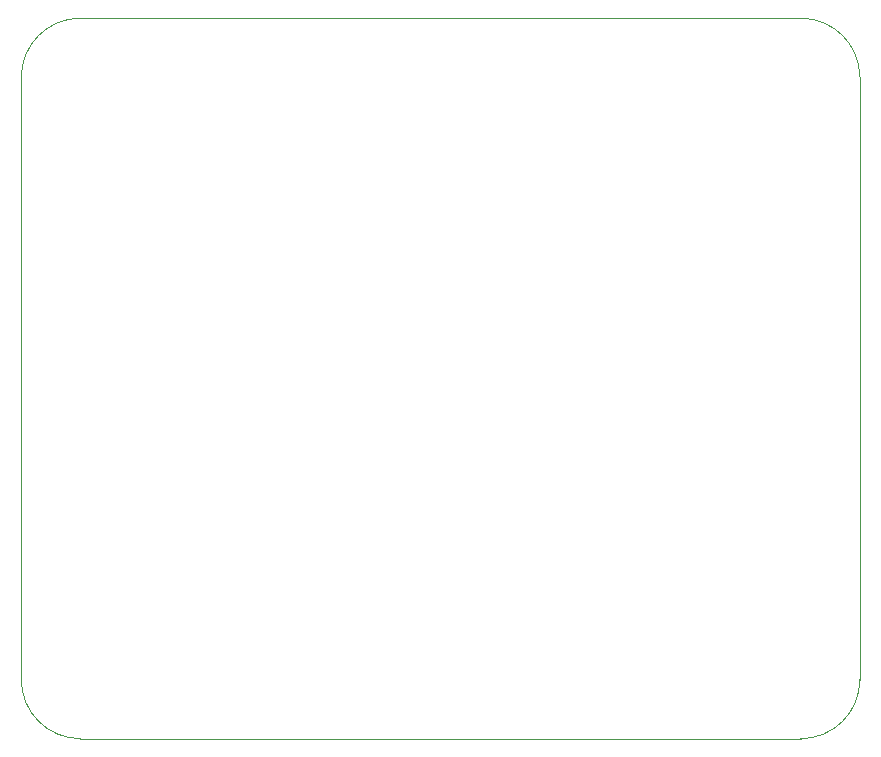
<source format=gbr>
%TF.GenerationSoftware,KiCad,Pcbnew,9.0.0*%
%TF.CreationDate,2025-03-20T15:50:57+01:00*%
%TF.ProjectId,PCB_Aquarium2,5043425f-4171-4756-9172-69756d322e6b,rev?*%
%TF.SameCoordinates,Original*%
%TF.FileFunction,Profile,NP*%
%FSLAX46Y46*%
G04 Gerber Fmt 4.6, Leading zero omitted, Abs format (unit mm)*
G04 Created by KiCad (PCBNEW 9.0.0) date 2025-03-20 15:50:57*
%MOMM*%
%LPD*%
G01*
G04 APERTURE LIST*
%TA.AperFunction,Profile*%
%ADD10C,0.050000*%
%TD*%
G04 APERTURE END LIST*
D10*
X120000000Y-73000000D02*
X181000000Y-73000000D01*
X115000000Y-78000000D02*
X115000000Y-129000000D01*
X181000000Y-73000000D02*
G75*
G02*
X186000000Y-78000000I0J-5000000D01*
G01*
X186000000Y-129000000D02*
G75*
G02*
X181000000Y-134000000I-5000000J0D01*
G01*
X186000000Y-129000000D02*
X186000000Y-78000000D01*
X115000000Y-78000000D02*
G75*
G02*
X120000000Y-73000000I5000000J0D01*
G01*
X120000000Y-134000000D02*
X181000000Y-134000000D01*
X120000000Y-134000000D02*
G75*
G02*
X115000000Y-129000000I0J5000000D01*
G01*
M02*

</source>
